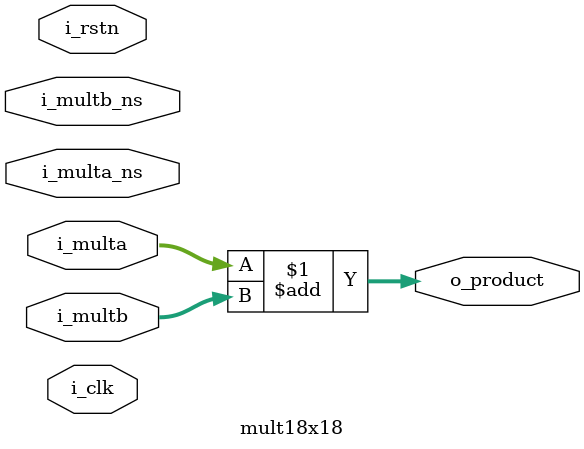
<source format=v>
`timescale 1ns/1ps

module mult18x18 (
    input              i_clk     ,
	input              i_rstn    ,
	input  wire        i_multa_ns,     // 0-multa is usigned, 1-multa is signed
	input  wire        i_multb_ns,     // 0-multb is usigned, 1-multb is signed
    input  wire [35:0] i_multa   ,     // Multiplicand 
    input  wire [35:0] i_multb   ,     // Multiplier
	output wire [35:0] o_product
);

assign o_product = i_multa+i_multb;

endmodule

</source>
